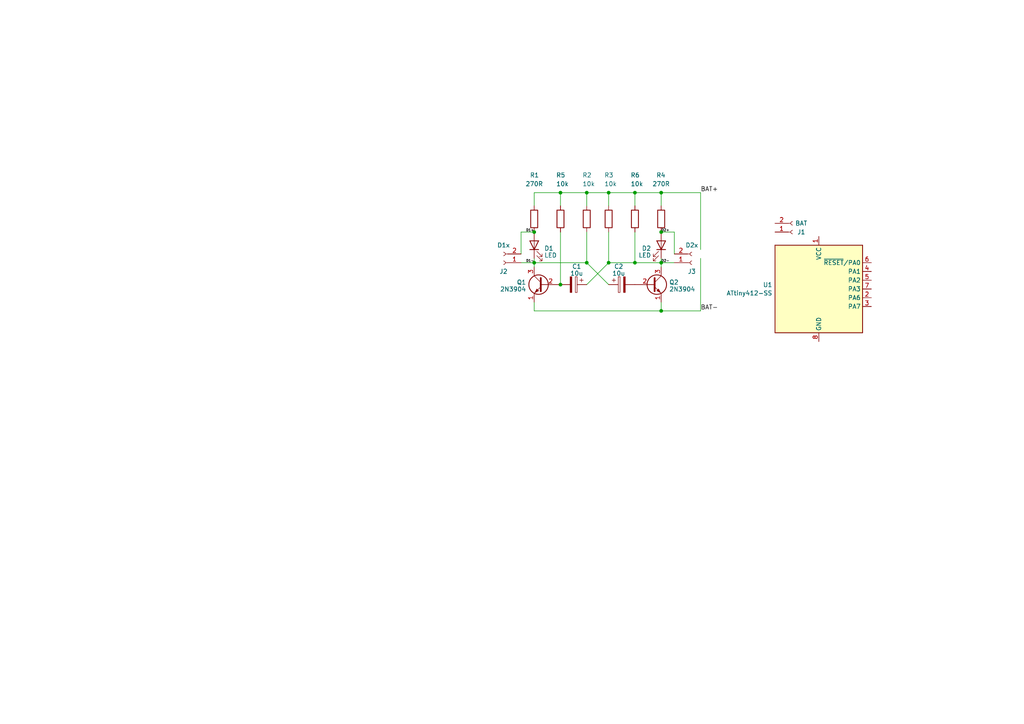
<source format=kicad_sch>
(kicad_sch (version 20230409) (generator eeschema)
  (paper "A4")
  (lib_symbols
    (symbol "Connector:Conn_01x02_Female" (pin_names (offset 1.016) hide)
      (property "Reference" "J" (at 0 2.54 0))
      (property "Value" "Conn_01x02_Female" (at 0 -5.08 0))
      (symbol "Conn_01x02_Female_1_1"
        (arc (start 0 -2.032) (mid -0.5058 -2.54) (end 0 -3.048) (stroke (width 0.1524)))
        (polyline (pts (xy -1.27 -2.54) (xy -0.508 -2.54)) (stroke (width 0.1524)))
        (polyline (pts (xy -1.27 0) (xy -0.508 0)) (stroke (width 0.1524)))
        (arc (start 0 0.508) (mid -0.5058 0) (end 0 -0.508) (stroke (width 0.1524)))
        (pin passive line (at -5.08 0 0) (length 3.81) (name "Pin_1") (number "1"))
        (pin passive line (at -5.08 -2.54 0) (length 3.81) (name "Pin_2") (number "2"))
      )
    )
    (symbol "Device:C_Polarized" (pin_numbers hide) (pin_names (offset 0.254))
      (property "Reference" "C" (at 0.635 2.54 0))
      (property "Value" "C_Polarized" (at 0.635 -2.54 0))
      (symbol "C_Polarized_0_1"
        (rectangle (start -2.286 0.508) (end 2.286 1.016))
        (polyline (pts (xy -1.778 2.286) (xy -0.762 2.286)))
        (polyline (pts (xy -1.27 2.794) (xy -1.27 1.778)))
        (rectangle (start 2.286 -0.508) (end -2.286 -1.016) (fill (type outline)))
      )
      (symbol "C_Polarized_1_1"
        (pin passive line (at 0 3.81 270) (length 2.794) (name "~") (number "1"))
        (pin passive line (at 0 -3.81 90) (length 2.794) (name "~") (number "2"))
      )
    )
    (symbol "Device:LED" (pin_numbers hide) (pin_names (offset 1.016) hide)
      (property "Reference" "D" (at 0 2.54 0))
      (property "Value" "LED" (at 0 -2.54 0))
      (symbol "LED_0_1"
        (polyline (pts (xy -1.27 -1.27) (xy -1.27 1.27)) (stroke (width 0.254)))
        (polyline (pts (xy -1.27 0) (xy 1.27 0)))
        (polyline (pts (xy 1.27 -1.27) (xy 1.27 1.27) (xy -1.27 0) (xy 1.27 -1.27)) (stroke (width 0.254)))
        (polyline (pts (xy -3.048 -0.762) (xy -4.572 -2.286) (xy -3.81 -2.286) (xy -4.572 -2.286) (xy -4.572 -1.524)))
        (polyline (pts (xy -1.778 -0.762) (xy -3.302 -2.286) (xy -2.54 -2.286) (xy -3.302 -2.286) (xy -3.302 -1.524)))
      )
      (symbol "LED_1_1"
        (pin passive line (at -3.81 0 0) (length 2.54) (name "K") (number "1"))
        (pin passive line (at 3.81 0 180) (length 2.54) (name "A") (number "2"))
      )
    )
    (symbol "Device:R" (pin_numbers hide) (pin_names (offset 0))
      (property "Reference" "R" (at 2.032 0 90))
      (property "Value" "R" (at 0 0 90))
      (symbol "R_0_1"
        (rectangle (start -1.016 -2.54) (end 1.016 2.54) (stroke (width 0.254)))
      )
      (symbol "R_1_1"
        (pin passive line (at 0 3.81 270) (length 1.27) (name "~") (number "1"))
        (pin passive line (at 0 -3.81 90) (length 1.27) (name "~") (number "2"))
      )
    )
    (symbol "MCU_Microchip_ATtiny:ATtiny412-SS"
      (property "Reference" "U" (at -12.7 13.97 0))
      (property "Value" "ATtiny412-SS" (at 2.54 -13.97 0))
      (symbol "ATtiny412-SS_0_1"
        (rectangle (start -12.7 -12.7) (end 12.7 12.7) (stroke (width 0.254)) (fill (type background)))
      )
      (symbol "ATtiny412-SS_1_1"
        (pin power_in line (at 0 15.24 270) (length 2.54) (name "VCC") (number "1"))
        (pin bidirectional line (at 15.24 -2.54 180) (length 2.54) (name "PA6") (number "2"))
        (pin bidirectional line (at 15.24 -5.08 180) (length 2.54) (name "PA7") (number "3"))
        (pin bidirectional line (at 15.24 5.08 180) (length 2.54) (name "PA1") (number "4"))
        (pin bidirectional line (at 15.24 2.54 180) (length 2.54) (name "PA2") (number "5"))
        (pin bidirectional line (at 15.24 7.62 180) (length 2.54) (name "~{RESET}/PA0") (number "6"))
        (pin bidirectional line (at 15.24 0 180) (length 2.54) (name "PA3") (number "7"))
        (pin power_in line (at 0 -15.24 90) (length 2.54) (name "GND") (number "8"))
      )
    )
    (symbol "Transistor_BJT:2N3904" (pin_names (offset 0) hide)
      (property "Reference" "Q" (at 5.08 1.905 0))
      (property "Value" "2N3904" (at 5.08 0 0))
      (symbol "2N3904_0_1"
        (polyline (pts (xy 0.635 0.635) (xy 2.54 2.54)))
        (polyline (pts (xy 0.635 -0.635) (xy 2.54 -2.54) (xy 2.54 -2.54)))
        (polyline (pts (xy 0.635 1.905) (xy 0.635 -1.905) (xy 0.635 -1.905)) (stroke (width 0.508)))
        (polyline (pts (xy 1.27 -1.778) (xy 1.778 -1.27) (xy 2.286 -2.286) (xy 1.27 -1.778) (xy 1.27 -1.778)) (fill (type outline)))
        (circle (center 1.27 0) (radius 2.8194) (stroke (width 0.254)))
      )
      (symbol "2N3904_1_1"
        (pin passive line (at 2.54 -5.08 90) (length 2.54) (name "E") (number "1"))
        (pin passive line (at -5.08 0 0) (length 5.715) (name "B") (number "2"))
        (pin passive line (at 2.54 5.08 270) (length 2.54) (name "C") (number "3"))
      )
    )
  )
  (junction (at 170.18 76.2))
  (junction (at 191.77 76.2))
  (junction (at 162.56 55.88))
  (junction (at 191.77 90.17))
  (junction (at 184.15 76.2))
  (junction (at 176.53 55.88))
  (junction (at 154.94 67.31))
  (junction (at 191.77 55.88))
  (junction (at 184.15 55.88))
  (junction (at 176.53 76.2))
  (junction (at 162.56 82.55))
  (junction (at 154.94 76.2))
  (junction (at 170.18 55.88))
  (junction (at 191.77 67.31))
  (wire (pts (xy 176.53 76.2) (xy 184.15 76.2)))
  (wire (pts (xy 203.2 74.93) (xy 203.2 90.17)))
  (wire (pts (xy 170.18 55.88) (xy 176.53 55.88)))
  (wire (pts (xy 176.53 67.31) (xy 176.53 76.2)))
  (wire (pts (xy 191.77 87.63) (xy 191.77 90.17)))
  (wire (pts (xy 195.58 73.66) (xy 195.58 67.31)))
  (wire (pts (xy 184.15 67.31) (xy 184.15 76.2)))
  (wire (pts (xy 154.94 76.2) (xy 154.94 77.47)))
  (wire (pts (xy 191.77 55.88) (xy 203.2 55.88)))
  (wire (pts (xy 154.94 74.93) (xy 154.94 76.2)))
  (wire (pts (xy 184.15 55.88) (xy 184.15 59.69)))
  (wire (pts (xy 176.53 55.88) (xy 176.53 59.69)))
  (wire (pts (xy 151.13 67.31) (xy 154.94 67.31)))
  (wire (pts (xy 170.18 55.88) (xy 170.18 59.69)))
  (wire (pts (xy 162.56 55.88) (xy 162.56 59.69)))
  (wire (pts (xy 162.56 55.88) (xy 170.18 55.88)))
  (wire (pts (xy 195.58 67.31) (xy 191.77 67.31)))
  (wire (pts (xy 154.94 90.17) (xy 191.77 90.17)))
  (wire (pts (xy 176.53 55.88) (xy 184.15 55.88)))
  (wire (pts (xy 184.15 76.2) (xy 191.77 76.2)))
  (wire (pts (xy 151.13 73.66) (xy 151.13 67.31)))
  (wire (pts (xy 203.2 55.88) (xy 203.2 72.39)))
  (wire (pts (xy 154.94 76.2) (xy 170.18 76.2)))
  (wire (pts (xy 191.77 90.17) (xy 203.2 90.17)))
  (wire (pts (xy 154.94 87.63) (xy 154.94 90.17)))
  (wire (pts (xy 151.13 76.2) (xy 154.94 76.2)))
  (wire (pts (xy 191.77 74.93) (xy 191.77 76.2)))
  (wire (pts (xy 170.18 82.55) (xy 176.53 76.2)))
  (wire (pts (xy 162.56 67.31) (xy 162.56 82.55)))
  (wire (pts (xy 191.77 59.69) (xy 191.77 55.88)))
  (wire (pts (xy 154.94 59.69) (xy 154.94 55.88)))
  (wire (pts (xy 176.53 82.55) (xy 170.18 76.2)))
  (wire (pts (xy 154.94 55.88) (xy 162.56 55.88)))
  (wire (pts (xy 191.77 76.2) (xy 191.77 77.47)))
  (wire (pts (xy 191.77 76.2) (xy 195.58 76.2)))
  (wire (pts (xy 184.15 55.88) (xy 191.77 55.88)))
  (wire (pts (xy 170.18 67.31) (xy 170.18 76.2)))
  (label "BAT+" (at 203.2 55.88 0))
  (label "D1-" (at 154.94 76.2 180) (effects (font (size 0.7 0.7))))
  (label "D1+" (at 154.94 67.31 180) (effects (font (size 0.7 0.7))))
  (label "D2+" (at 191.77 67.31 0) (effects (font (size 0.7 0.7))))
  (label "D2-" (at 191.77 76.2 0) (effects (font (size 0.7 0.7))))
  (label "BAT-" (at 203.2 90.17 0))
  (symbol (lib_id "Transistor_BJT:2N3904") (at 189.23 82.55 0) (unit 1)
    (property "Reference" "Q2" (at 194.0814 81.8817 0) (effects (justify left)))
    (property "Value" "2N3904" (at 194.0814 83.8821 0) (effects (justify left)))
    (property "Footprint" "Package_TO_SOT_THT:TO-92_Inline_Wide" (effects hide))
    (property "Datasheet" "https://www.onsemi.com/pub/Collateral/2N3903-D.PDF" (effects hide))
  )
  (symbol (lib_id "Connector:Conn_01x02_Female") (at 200.66 76.2 0) (mirror x) (unit 1)
    (property "Reference" "J3" (at 200.66 78.74 0))
    (property "Value" "D2x" (at 200.66 71.12 0))
    (property "Footprint" "Connector_PinHeader_2.54mm:PinHeader_1x02_P2.54mm_Vertical" (effects hide))
  )
  (symbol (lib_id "Device:R") (at 184.15 63.5 0) (unit 1)
    (property "Reference" "R6" (at 182.88 50.8 0) (effects (justify left)))
    (property "Value" "10k" (at 182.88 53.34 0) (effects (justify left)))
    (property "Footprint" "Resistor_THT:R_Axial_DIN0207_L6.3mm_D2.5mm_P10.16mm_Horizontal" (effects hide))
  )
  (symbol (lib_id "Connector:Conn_01x02_Female") (at 229.87 67.31 0) (mirror x) (unit 1)
    (property "Reference" "J1" (at 232.41 67.31 0))
    (property "Value" "BAT" (at 232.41 64.77 0))
    (property "Footprint" "Connector_PinHeader_2.54mm:PinHeader_1x02_P2.54mm_Vertical" (effects hide))
  )
  (symbol (lib_id "Device:R") (at 154.94 63.5 0) (unit 1)
    (property "Reference" "R1" (at 153.67 50.8 0) (effects (justify left)))
    (property "Value" "270R" (at 152.4 53.34 0) (effects (justify left)))
    (property "Footprint" "Resistor_THT:R_Axial_DIN0207_L6.3mm_D2.5mm_P10.16mm_Horizontal" (effects hide))
  )
  (symbol (lib_id "Transistor_BJT:2N3904") (at 157.48 82.55 0) (mirror y) (unit 1)
    (property "Reference" "Q1" (at 152.6286 81.8817 0) (effects (justify left)))
    (property "Value" "2N3904" (at 152.6286 83.8821 0) (effects (justify left)))
    (property "Footprint" "Package_TO_SOT_THT:TO-92_Inline_Wide" (effects hide))
    (property "Datasheet" "https://www.onsemi.com/pub/Collateral/2N3903-D.PDF" (effects hide))
  )
  (symbol (lib_id "Device:LED") (at 191.77 71.12 270) (mirror x) (unit 1)
    (property "Reference" "D2" (at 188.849 72.0392 90) (effects (justify right)))
    (property "Value" "LED" (at 188.849 74.0396 90) (effects (justify right)))
    (property "Footprint" "LED_THT:LED_D5.0mm" (effects hide))
  )
  (symbol (lib_id "MCU_Microchip_ATtiny:ATtiny412-SS") (at 237.49 83.82 0) (unit 1)
    (property "Reference" "U1" (at 224.028 82.6079 0) (effects (justify right)))
    (property "Value" "ATtiny412-SS" (at 224.028 85.0321 0) (effects (justify right)))
    (property "Footprint" "Package_SO:SOIC-8_3.9x4.9mm_P1.27mm" (effects hide))
    (property "Datasheet" "http://ww1.microchip.com/downloads/en/DeviceDoc/40001911A.pdf" (effects hide))
  )
  (symbol (lib_id "Device:R") (at 170.18 63.5 0) (unit 1)
    (property "Reference" "R2" (at 168.91 50.8 0) (effects (justify left)))
    (property "Value" "10k" (at 168.91 53.34 0) (effects (justify left)))
    (property "Footprint" "Resistor_THT:R_Axial_DIN0207_L6.3mm_D2.5mm_P10.16mm_Horizontal" (effects hide))
  )
  (symbol (lib_id "Device:R") (at 162.56 63.5 0) (unit 1)
    (property "Reference" "R5" (at 161.29 50.8 0) (effects (justify left)))
    (property "Value" "10k" (at 161.29 53.34 0) (effects (justify left)))
    (property "Footprint" "Resistor_THT:R_Axial_DIN0207_L6.3mm_D2.5mm_P10.16mm_Horizontal" (effects hide))
  )
  (symbol (lib_id "Device:C_Polarized") (at 180.34 82.55 90) (mirror x) (unit 1)
    (property "Reference" "C2" (at 179.451 77.2922 90))
    (property "Value" "10u" (at 179.451 79.2926 90))
    (property "Footprint" "Capacitor_THT:CP_Radial_D8.0mm_P5.00mm" (effects hide))
  )
  (symbol (lib_id "Device:C_Polarized") (at 166.37 82.55 270) (unit 1)
    (property "Reference" "C1" (at 167.259 77.2922 90))
    (property "Value" "10u" (at 167.259 79.2926 90))
    (property "Footprint" "Capacitor_THT:CP_Radial_D8.0mm_P5.00mm" (effects hide))
  )
  (symbol (lib_id "Device:LED") (at 154.94 71.12 90) (unit 1)
    (property "Reference" "D1" (at 157.861 72.0392 90) (effects (justify right)))
    (property "Value" "LED" (at 157.861 74.0396 90) (effects (justify right)))
    (property "Footprint" "LED_THT:LED_D5.0mm" (effects hide))
  )
  (symbol (lib_id "Device:R") (at 191.77 63.5 0) (mirror y) (unit 1)
    (property "Reference" "R4" (at 193.04 50.8 0) (effects (justify left)))
    (property "Value" "270R" (at 194.31 53.34 0) (effects (justify left)))
    (property "Footprint" "Resistor_THT:R_Axial_DIN0207_L6.3mm_D2.5mm_P10.16mm_Horizontal" (effects hide))
  )
  (symbol (lib_id "Connector:Conn_01x02_Female") (at 146.05 76.2 180) (unit 1)
    (property "Reference" "J2" (at 146.05 78.74 0))
    (property "Value" "D1x" (at 146.05 71.12 0))
    (property "Footprint" "Connector_PinHeader_2.54mm:PinHeader_1x02_P2.54mm_Vertical" (effects hide))
  )
  (symbol (lib_id "Device:R") (at 176.53 63.5 0) (mirror y) (unit 1)
    (property "Reference" "R3" (at 175.26 50.8 0) (effects (justify right)))
    (property "Value" "10k" (at 175.26 53.34 0) (effects (justify right)))
    (property "Footprint" "Resistor_THT:R_Axial_DIN0207_L6.3mm_D2.5mm_P10.16mm_Horizontal" (effects hide))
  )
)
</source>
